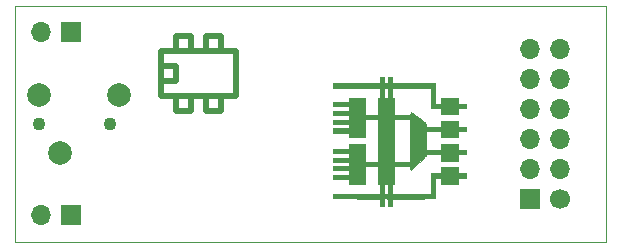
<source format=gbr>
%TF.GenerationSoftware,KiCad,Pcbnew,5.1.9*%
%TF.CreationDate,2021-02-16T17:41:26+03:00*%
%TF.ProjectId,dual-mcp3201-pmod,6475616c-2d6d-4637-9033-3230312d706d,rev?*%
%TF.SameCoordinates,PX4c4b400PY8583b00*%
%TF.FileFunction,Soldermask,Bot*%
%TF.FilePolarity,Negative*%
%FSLAX46Y46*%
G04 Gerber Fmt 4.6, Leading zero omitted, Abs format (unit mm)*
G04 Created by KiCad (PCBNEW 5.1.9) date 2021-02-16 17:41:26*
%MOMM*%
%LPD*%
G01*
G04 APERTURE LIST*
%ADD10C,0.500000*%
%TA.AperFunction,Profile*%
%ADD11C,0.050000*%
%TD*%
%ADD12C,0.010000*%
%ADD13O,1.700000X1.700000*%
%ADD14R,1.700000X1.700000*%
%ADD15C,1.700000*%
%ADD16C,1.100000*%
%ADD17C,2.000000*%
G04 APERTURE END LIST*
D10*
X16155000Y11085000D02*
X16155000Y12355000D01*
X17425000Y11085000D02*
X16155000Y11085000D01*
X17425000Y12355000D02*
X17425000Y11085000D01*
X14885000Y11085000D02*
X14885000Y12355000D01*
X13615000Y11085000D02*
X14885000Y11085000D01*
X13615000Y12355000D02*
X13615000Y11085000D01*
X13615000Y13625000D02*
X12345000Y13625000D01*
X13615000Y14895000D02*
X13615000Y13625000D01*
X12345000Y14895000D02*
X13615000Y14895000D01*
X17425000Y17435000D02*
X17425000Y16165000D01*
X16155000Y17435000D02*
X17425000Y17435000D01*
X16155000Y16165000D02*
X16155000Y17435000D01*
X14885000Y17435000D02*
X14885000Y16165000D01*
X13615000Y17435000D02*
X14885000Y17435000D01*
X13615000Y16165000D02*
X13615000Y17435000D01*
X12345000Y12355000D02*
X12345000Y16165000D01*
X18695000Y12355000D02*
X12345000Y12355000D01*
X18695000Y16165000D02*
X18695000Y12355000D01*
X12345000Y16165000D02*
X18695000Y16165000D01*
D11*
X50000000Y20000000D02*
X0Y20000000D01*
X50000000Y0D02*
X50000000Y20000000D01*
X0Y0D02*
X50000000Y0D01*
X0Y20000000D02*
X0Y0D01*
D12*
%TO.C,G\u002A\u002A\u002A*%
G36*
X31248556Y3673595D02*
G01*
X31410833Y3665131D01*
X31573111Y3656667D01*
X31581062Y3325056D01*
X31589013Y2993444D01*
X31924098Y2993444D01*
X31932049Y3325056D01*
X31940000Y3656667D01*
X33753278Y3663930D01*
X35566556Y3671192D01*
X35566556Y5392333D01*
X36102778Y5392333D01*
X36102778Y4912556D01*
X37485667Y4912556D01*
X37485667Y5420556D01*
X38219444Y5420556D01*
X38219444Y5787444D01*
X37485667Y5787444D01*
X37485667Y6295444D01*
X36102778Y6295444D01*
X36102778Y5787444D01*
X35227889Y5787444D01*
X35227889Y4037667D01*
X31924419Y4037667D01*
X31932209Y4468056D01*
X31940000Y4898444D01*
X32017611Y4907375D01*
X32095222Y4916305D01*
X32095222Y6409337D01*
X32779611Y6401779D01*
X33464000Y6394222D01*
X33478111Y6240450D01*
X33492222Y6086677D01*
X34141333Y6673004D01*
X34347893Y6861108D01*
X34513078Y7015007D01*
X34638852Y7136655D01*
X34727182Y7228008D01*
X34780031Y7291021D01*
X34799365Y7327648D01*
X34799375Y7327721D01*
X34808305Y7396111D01*
X36102778Y7396111D01*
X36102778Y6859889D01*
X37485667Y6859889D01*
X37485667Y7396111D01*
X38219444Y7396111D01*
X38219444Y7734778D01*
X37485667Y7734778D01*
X37485667Y8271000D01*
X36102778Y8271000D01*
X36102778Y7734778D01*
X34804556Y7734778D01*
X34804556Y9343444D01*
X36102778Y9343444D01*
X36102778Y8835444D01*
X37485667Y8835444D01*
X37485667Y9343444D01*
X38219444Y9343444D01*
X38219444Y9710333D01*
X37485667Y9710333D01*
X37485667Y10218333D01*
X36102778Y10218333D01*
X36102778Y9710333D01*
X34804556Y9710333D01*
X34804556Y9865378D01*
X34801944Y9956614D01*
X34786743Y10013673D01*
X34747903Y10058806D01*
X34684611Y10106891D01*
X34596229Y10171271D01*
X34512064Y10233626D01*
X34483414Y10255235D01*
X34436120Y10291147D01*
X34352207Y10354760D01*
X34240069Y10439715D01*
X34108097Y10539654D01*
X33964686Y10648220D01*
X33947192Y10661460D01*
X33492222Y11005810D01*
X33483692Y10866072D01*
X33475161Y10726333D01*
X32095222Y10726333D01*
X32095222Y12193889D01*
X31924380Y12193889D01*
X31932190Y12610167D01*
X31940000Y13026444D01*
X33583944Y13033727D01*
X35227889Y13041010D01*
X35227889Y11319000D01*
X36102778Y11319000D01*
X36102778Y10811000D01*
X37485667Y10811000D01*
X37485667Y11319000D01*
X38219444Y11319000D01*
X38219444Y11655980D01*
X37499778Y11671778D01*
X37491663Y11932833D01*
X37483548Y12193889D01*
X36102778Y12193889D01*
X36102778Y11683771D01*
X35841722Y11691885D01*
X35580667Y11700000D01*
X35573197Y12553722D01*
X35565728Y13407444D01*
X31925889Y13407444D01*
X31925889Y13971889D01*
X31587222Y13971889D01*
X31587222Y13407444D01*
X31248556Y13407444D01*
X31248556Y13971889D01*
X30909889Y13971889D01*
X30909889Y13407444D01*
X26930556Y13407444D01*
X26930556Y13040556D01*
X30909889Y13040556D01*
X30909889Y12193889D01*
X31248556Y12193889D01*
X31248556Y13040556D01*
X31587222Y13040556D01*
X31587222Y12193889D01*
X31248556Y12193889D01*
X30909889Y12193889D01*
X30712333Y12193889D01*
X30712333Y10726333D01*
X29668111Y10726333D01*
X29668111Y12193889D01*
X28257000Y12193889D01*
X28257000Y11798778D01*
X26930556Y11798778D01*
X26930556Y11460111D01*
X28257000Y11460111D01*
X28257000Y11065000D01*
X26930556Y11065000D01*
X26930556Y10726333D01*
X28257000Y10726333D01*
X28257000Y10331222D01*
X26930556Y10331222D01*
X26930556Y9964333D01*
X28257000Y9964333D01*
X28257000Y9597444D01*
X26930556Y9597444D01*
X26930556Y9230556D01*
X28257000Y9230556D01*
X28257000Y8863667D01*
X29668111Y8863667D01*
X29668111Y10387667D01*
X30712333Y10387667D01*
X30712333Y6747000D01*
X32095222Y6747000D01*
X32095222Y10387667D01*
X33478111Y10387667D01*
X33478111Y6747000D01*
X32095222Y6747000D01*
X30712333Y6747000D01*
X29668111Y6747000D01*
X29668111Y8242778D01*
X28257000Y8242778D01*
X28257000Y7847667D01*
X26930556Y7847667D01*
X26930556Y7509000D01*
X28257000Y7509000D01*
X28257000Y7113889D01*
X26930556Y7113889D01*
X26930556Y6775222D01*
X28257000Y6775222D01*
X28257000Y6380111D01*
X26930556Y6380111D01*
X26930556Y6041444D01*
X28257000Y6041444D01*
X28257000Y5646333D01*
X26930556Y5646333D01*
X26930556Y5279444D01*
X28257000Y5279444D01*
X28257000Y4912556D01*
X29668111Y4912556D01*
X29668111Y6409607D01*
X30183167Y6401914D01*
X30698222Y6394222D01*
X30713270Y4912556D01*
X30909889Y4912556D01*
X30909889Y4037667D01*
X31248556Y4037667D01*
X31248556Y4912556D01*
X31587222Y4912556D01*
X31587222Y4037667D01*
X31248556Y4037667D01*
X30909889Y4037667D01*
X26930556Y4037667D01*
X26930556Y3671159D01*
X30895778Y3656667D01*
X30903729Y3325056D01*
X30911680Y2993444D01*
X31248556Y2993444D01*
X31248556Y3673595D01*
G37*
X31248556Y3673595D02*
X31410833Y3665131D01*
X31573111Y3656667D01*
X31581062Y3325056D01*
X31589013Y2993444D01*
X31924098Y2993444D01*
X31932049Y3325056D01*
X31940000Y3656667D01*
X33753278Y3663930D01*
X35566556Y3671192D01*
X35566556Y5392333D01*
X36102778Y5392333D01*
X36102778Y4912556D01*
X37485667Y4912556D01*
X37485667Y5420556D01*
X38219444Y5420556D01*
X38219444Y5787444D01*
X37485667Y5787444D01*
X37485667Y6295444D01*
X36102778Y6295444D01*
X36102778Y5787444D01*
X35227889Y5787444D01*
X35227889Y4037667D01*
X31924419Y4037667D01*
X31932209Y4468056D01*
X31940000Y4898444D01*
X32017611Y4907375D01*
X32095222Y4916305D01*
X32095222Y6409337D01*
X32779611Y6401779D01*
X33464000Y6394222D01*
X33478111Y6240450D01*
X33492222Y6086677D01*
X34141333Y6673004D01*
X34347893Y6861108D01*
X34513078Y7015007D01*
X34638852Y7136655D01*
X34727182Y7228008D01*
X34780031Y7291021D01*
X34799365Y7327648D01*
X34799375Y7327721D01*
X34808305Y7396111D01*
X36102778Y7396111D01*
X36102778Y6859889D01*
X37485667Y6859889D01*
X37485667Y7396111D01*
X38219444Y7396111D01*
X38219444Y7734778D01*
X37485667Y7734778D01*
X37485667Y8271000D01*
X36102778Y8271000D01*
X36102778Y7734778D01*
X34804556Y7734778D01*
X34804556Y9343444D01*
X36102778Y9343444D01*
X36102778Y8835444D01*
X37485667Y8835444D01*
X37485667Y9343444D01*
X38219444Y9343444D01*
X38219444Y9710333D01*
X37485667Y9710333D01*
X37485667Y10218333D01*
X36102778Y10218333D01*
X36102778Y9710333D01*
X34804556Y9710333D01*
X34804556Y9865378D01*
X34801944Y9956614D01*
X34786743Y10013673D01*
X34747903Y10058806D01*
X34684611Y10106891D01*
X34596229Y10171271D01*
X34512064Y10233626D01*
X34483414Y10255235D01*
X34436120Y10291147D01*
X34352207Y10354760D01*
X34240069Y10439715D01*
X34108097Y10539654D01*
X33964686Y10648220D01*
X33947192Y10661460D01*
X33492222Y11005810D01*
X33483692Y10866072D01*
X33475161Y10726333D01*
X32095222Y10726333D01*
X32095222Y12193889D01*
X31924380Y12193889D01*
X31932190Y12610167D01*
X31940000Y13026444D01*
X33583944Y13033727D01*
X35227889Y13041010D01*
X35227889Y11319000D01*
X36102778Y11319000D01*
X36102778Y10811000D01*
X37485667Y10811000D01*
X37485667Y11319000D01*
X38219444Y11319000D01*
X38219444Y11655980D01*
X37499778Y11671778D01*
X37491663Y11932833D01*
X37483548Y12193889D01*
X36102778Y12193889D01*
X36102778Y11683771D01*
X35841722Y11691885D01*
X35580667Y11700000D01*
X35573197Y12553722D01*
X35565728Y13407444D01*
X31925889Y13407444D01*
X31925889Y13971889D01*
X31587222Y13971889D01*
X31587222Y13407444D01*
X31248556Y13407444D01*
X31248556Y13971889D01*
X30909889Y13971889D01*
X30909889Y13407444D01*
X26930556Y13407444D01*
X26930556Y13040556D01*
X30909889Y13040556D01*
X30909889Y12193889D01*
X31248556Y12193889D01*
X31248556Y13040556D01*
X31587222Y13040556D01*
X31587222Y12193889D01*
X31248556Y12193889D01*
X30909889Y12193889D01*
X30712333Y12193889D01*
X30712333Y10726333D01*
X29668111Y10726333D01*
X29668111Y12193889D01*
X28257000Y12193889D01*
X28257000Y11798778D01*
X26930556Y11798778D01*
X26930556Y11460111D01*
X28257000Y11460111D01*
X28257000Y11065000D01*
X26930556Y11065000D01*
X26930556Y10726333D01*
X28257000Y10726333D01*
X28257000Y10331222D01*
X26930556Y10331222D01*
X26930556Y9964333D01*
X28257000Y9964333D01*
X28257000Y9597444D01*
X26930556Y9597444D01*
X26930556Y9230556D01*
X28257000Y9230556D01*
X28257000Y8863667D01*
X29668111Y8863667D01*
X29668111Y10387667D01*
X30712333Y10387667D01*
X30712333Y6747000D01*
X32095222Y6747000D01*
X32095222Y10387667D01*
X33478111Y10387667D01*
X33478111Y6747000D01*
X32095222Y6747000D01*
X30712333Y6747000D01*
X29668111Y6747000D01*
X29668111Y8242778D01*
X28257000Y8242778D01*
X28257000Y7847667D01*
X26930556Y7847667D01*
X26930556Y7509000D01*
X28257000Y7509000D01*
X28257000Y7113889D01*
X26930556Y7113889D01*
X26930556Y6775222D01*
X28257000Y6775222D01*
X28257000Y6380111D01*
X26930556Y6380111D01*
X26930556Y6041444D01*
X28257000Y6041444D01*
X28257000Y5646333D01*
X26930556Y5646333D01*
X26930556Y5279444D01*
X28257000Y5279444D01*
X28257000Y4912556D01*
X29668111Y4912556D01*
X29668111Y6409607D01*
X30183167Y6401914D01*
X30698222Y6394222D01*
X30713270Y4912556D01*
X30909889Y4912556D01*
X30909889Y4037667D01*
X31248556Y4037667D01*
X31248556Y4912556D01*
X31587222Y4912556D01*
X31587222Y4037667D01*
X31248556Y4037667D01*
X30909889Y4037667D01*
X26930556Y4037667D01*
X26930556Y3671159D01*
X30895778Y3656667D01*
X30903729Y3325056D01*
X30911680Y2993444D01*
X31248556Y2993444D01*
X31248556Y3673595D01*
%TD*%
D13*
%TO.C,X4*%
X2210000Y17750000D03*
D14*
X4750000Y17750000D03*
%TD*%
D13*
%TO.C,X3*%
X2210000Y2250000D03*
D14*
X4750000Y2250000D03*
%TD*%
D15*
%TO.C,X2*%
X46170000Y3650000D03*
D14*
X43630000Y3650000D03*
D13*
X46170000Y6190000D03*
X43630000Y6190000D03*
X46170000Y8730000D03*
X43630000Y8730000D03*
X46170000Y11270000D03*
X43630000Y11270000D03*
X46170000Y13810000D03*
X43630000Y13810000D03*
X46170000Y16350000D03*
X43630000Y16350000D03*
%TD*%
D16*
%TO.C,X1*%
X2000000Y10000000D03*
X8000000Y10000000D03*
D17*
X8800000Y12450000D03*
X3800000Y7550000D03*
X2000000Y12450000D03*
%TD*%
M02*

</source>
